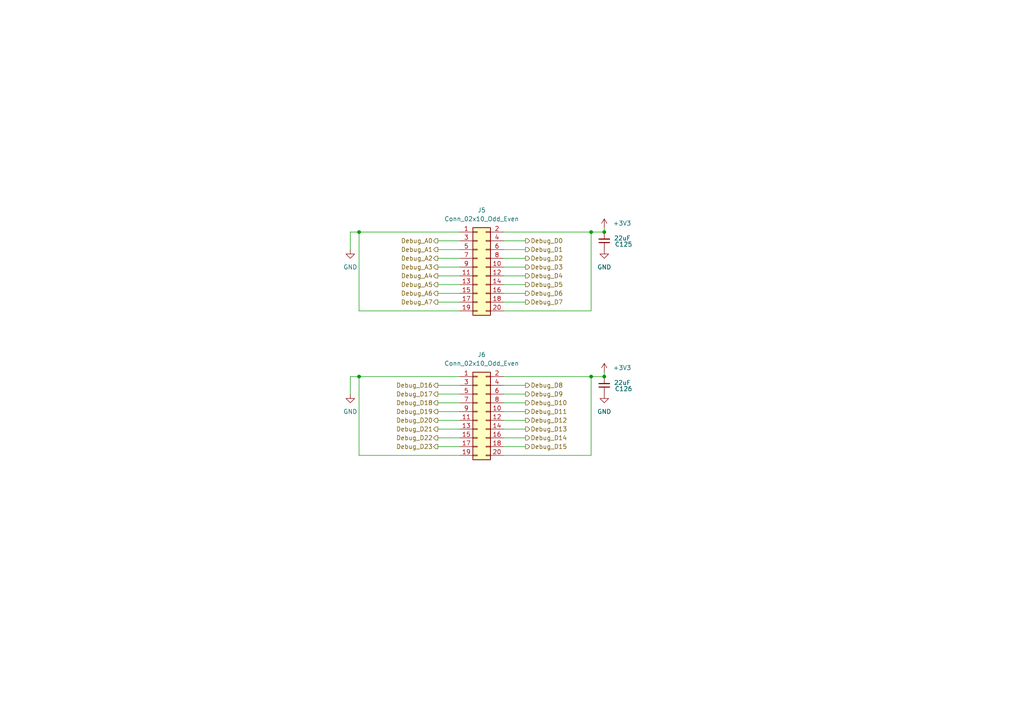
<source format=kicad_sch>
(kicad_sch
	(version 20231120)
	(generator "eeschema")
	(generator_version "8.0")
	(uuid "427a380e-e7a8-423e-92ea-0dcca7cfac5c")
	(paper "A4")
	(title_block
		(title "RASBB")
		(date "2025-04-13")
		(rev "B")
		(company "Mina Daneshpajouh")
	)
	(lib_symbols
		(symbol "Connector_Generic:Conn_02x10_Odd_Even"
			(pin_names
				(offset 1.016) hide)
			(exclude_from_sim no)
			(in_bom yes)
			(on_board yes)
			(property "Reference" "J"
				(at 1.27 12.7 0)
				(effects
					(font
						(size 1.27 1.27)
					)
				)
			)
			(property "Value" "Conn_02x10_Odd_Even"
				(at 1.27 -15.24 0)
				(effects
					(font
						(size 1.27 1.27)
					)
				)
			)
			(property "Footprint" ""
				(at 0 0 0)
				(effects
					(font
						(size 1.27 1.27)
					)
					(hide yes)
				)
			)
			(property "Datasheet" "~"
				(at 0 0 0)
				(effects
					(font
						(size 1.27 1.27)
					)
					(hide yes)
				)
			)
			(property "Description" "Generic connector, double row, 02x10, odd/even pin numbering scheme (row 1 odd numbers, row 2 even numbers), script generated (kicad-library-utils/schlib/autogen/connector/)"
				(at 0 0 0)
				(effects
					(font
						(size 1.27 1.27)
					)
					(hide yes)
				)
			)
			(property "ki_keywords" "connector"
				(at 0 0 0)
				(effects
					(font
						(size 1.27 1.27)
					)
					(hide yes)
				)
			)
			(property "ki_fp_filters" "Connector*:*_2x??_*"
				(at 0 0 0)
				(effects
					(font
						(size 1.27 1.27)
					)
					(hide yes)
				)
			)
			(symbol "Conn_02x10_Odd_Even_1_1"
				(rectangle
					(start -1.27 -12.573)
					(end 0 -12.827)
					(stroke
						(width 0.1524)
						(type default)
					)
					(fill
						(type none)
					)
				)
				(rectangle
					(start -1.27 -10.033)
					(end 0 -10.287)
					(stroke
						(width 0.1524)
						(type default)
					)
					(fill
						(type none)
					)
				)
				(rectangle
					(start -1.27 -7.493)
					(end 0 -7.747)
					(stroke
						(width 0.1524)
						(type default)
					)
					(fill
						(type none)
					)
				)
				(rectangle
					(start -1.27 -4.953)
					(end 0 -5.207)
					(stroke
						(width 0.1524)
						(type default)
					)
					(fill
						(type none)
					)
				)
				(rectangle
					(start -1.27 -2.413)
					(end 0 -2.667)
					(stroke
						(width 0.1524)
						(type default)
					)
					(fill
						(type none)
					)
				)
				(rectangle
					(start -1.27 0.127)
					(end 0 -0.127)
					(stroke
						(width 0.1524)
						(type default)
					)
					(fill
						(type none)
					)
				)
				(rectangle
					(start -1.27 2.667)
					(end 0 2.413)
					(stroke
						(width 0.1524)
						(type default)
					)
					(fill
						(type none)
					)
				)
				(rectangle
					(start -1.27 5.207)
					(end 0 4.953)
					(stroke
						(width 0.1524)
						(type default)
					)
					(fill
						(type none)
					)
				)
				(rectangle
					(start -1.27 7.747)
					(end 0 7.493)
					(stroke
						(width 0.1524)
						(type default)
					)
					(fill
						(type none)
					)
				)
				(rectangle
					(start -1.27 10.287)
					(end 0 10.033)
					(stroke
						(width 0.1524)
						(type default)
					)
					(fill
						(type none)
					)
				)
				(rectangle
					(start -1.27 11.43)
					(end 3.81 -13.97)
					(stroke
						(width 0.254)
						(type default)
					)
					(fill
						(type background)
					)
				)
				(rectangle
					(start 3.81 -12.573)
					(end 2.54 -12.827)
					(stroke
						(width 0.1524)
						(type default)
					)
					(fill
						(type none)
					)
				)
				(rectangle
					(start 3.81 -10.033)
					(end 2.54 -10.287)
					(stroke
						(width 0.1524)
						(type default)
					)
					(fill
						(type none)
					)
				)
				(rectangle
					(start 3.81 -7.493)
					(end 2.54 -7.747)
					(stroke
						(width 0.1524)
						(type default)
					)
					(fill
						(type none)
					)
				)
				(rectangle
					(start 3.81 -4.953)
					(end 2.54 -5.207)
					(stroke
						(width 0.1524)
						(type default)
					)
					(fill
						(type none)
					)
				)
				(rectangle
					(start 3.81 -2.413)
					(end 2.54 -2.667)
					(stroke
						(width 0.1524)
						(type default)
					)
					(fill
						(type none)
					)
				)
				(rectangle
					(start 3.81 0.127)
					(end 2.54 -0.127)
					(stroke
						(width 0.1524)
						(type default)
					)
					(fill
						(type none)
					)
				)
				(rectangle
					(start 3.81 2.667)
					(end 2.54 2.413)
					(stroke
						(width 0.1524)
						(type default)
					)
					(fill
						(type none)
					)
				)
				(rectangle
					(start 3.81 5.207)
					(end 2.54 4.953)
					(stroke
						(width 0.1524)
						(type default)
					)
					(fill
						(type none)
					)
				)
				(rectangle
					(start 3.81 7.747)
					(end 2.54 7.493)
					(stroke
						(width 0.1524)
						(type default)
					)
					(fill
						(type none)
					)
				)
				(rectangle
					(start 3.81 10.287)
					(end 2.54 10.033)
					(stroke
						(width 0.1524)
						(type default)
					)
					(fill
						(type none)
					)
				)
				(pin passive line
					(at -5.08 10.16 0)
					(length 3.81)
					(name "Pin_1"
						(effects
							(font
								(size 1.27 1.27)
							)
						)
					)
					(number "1"
						(effects
							(font
								(size 1.27 1.27)
							)
						)
					)
				)
				(pin passive line
					(at 7.62 0 180)
					(length 3.81)
					(name "Pin_10"
						(effects
							(font
								(size 1.27 1.27)
							)
						)
					)
					(number "10"
						(effects
							(font
								(size 1.27 1.27)
							)
						)
					)
				)
				(pin passive line
					(at -5.08 -2.54 0)
					(length 3.81)
					(name "Pin_11"
						(effects
							(font
								(size 1.27 1.27)
							)
						)
					)
					(number "11"
						(effects
							(font
								(size 1.27 1.27)
							)
						)
					)
				)
				(pin passive line
					(at 7.62 -2.54 180)
					(length 3.81)
					(name "Pin_12"
						(effects
							(font
								(size 1.27 1.27)
							)
						)
					)
					(number "12"
						(effects
							(font
								(size 1.27 1.27)
							)
						)
					)
				)
				(pin passive line
					(at -5.08 -5.08 0)
					(length 3.81)
					(name "Pin_13"
						(effects
							(font
								(size 1.27 1.27)
							)
						)
					)
					(number "13"
						(effects
							(font
								(size 1.27 1.27)
							)
						)
					)
				)
				(pin passive line
					(at 7.62 -5.08 180)
					(length 3.81)
					(name "Pin_14"
						(effects
							(font
								(size 1.27 1.27)
							)
						)
					)
					(number "14"
						(effects
							(font
								(size 1.27 1.27)
							)
						)
					)
				)
				(pin passive line
					(at -5.08 -7.62 0)
					(length 3.81)
					(name "Pin_15"
						(effects
							(font
								(size 1.27 1.27)
							)
						)
					)
					(number "15"
						(effects
							(font
								(size 1.27 1.27)
							)
						)
					)
				)
				(pin passive line
					(at 7.62 -7.62 180)
					(length 3.81)
					(name "Pin_16"
						(effects
							(font
								(size 1.27 1.27)
							)
						)
					)
					(number "16"
						(effects
							(font
								(size 1.27 1.27)
							)
						)
					)
				)
				(pin passive line
					(at -5.08 -10.16 0)
					(length 3.81)
					(name "Pin_17"
						(effects
							(font
								(size 1.27 1.27)
							)
						)
					)
					(number "17"
						(effects
							(font
								(size 1.27 1.27)
							)
						)
					)
				)
				(pin passive line
					(at 7.62 -10.16 180)
					(length 3.81)
					(name "Pin_18"
						(effects
							(font
								(size 1.27 1.27)
							)
						)
					)
					(number "18"
						(effects
							(font
								(size 1.27 1.27)
							)
						)
					)
				)
				(pin passive line
					(at -5.08 -12.7 0)
					(length 3.81)
					(name "Pin_19"
						(effects
							(font
								(size 1.27 1.27)
							)
						)
					)
					(number "19"
						(effects
							(font
								(size 1.27 1.27)
							)
						)
					)
				)
				(pin passive line
					(at 7.62 10.16 180)
					(length 3.81)
					(name "Pin_2"
						(effects
							(font
								(size 1.27 1.27)
							)
						)
					)
					(number "2"
						(effects
							(font
								(size 1.27 1.27)
							)
						)
					)
				)
				(pin passive line
					(at 7.62 -12.7 180)
					(length 3.81)
					(name "Pin_20"
						(effects
							(font
								(size 1.27 1.27)
							)
						)
					)
					(number "20"
						(effects
							(font
								(size 1.27 1.27)
							)
						)
					)
				)
				(pin passive line
					(at -5.08 7.62 0)
					(length 3.81)
					(name "Pin_3"
						(effects
							(font
								(size 1.27 1.27)
							)
						)
					)
					(number "3"
						(effects
							(font
								(size 1.27 1.27)
							)
						)
					)
				)
				(pin passive line
					(at 7.62 7.62 180)
					(length 3.81)
					(name "Pin_4"
						(effects
							(font
								(size 1.27 1.27)
							)
						)
					)
					(number "4"
						(effects
							(font
								(size 1.27 1.27)
							)
						)
					)
				)
				(pin passive line
					(at -5.08 5.08 0)
					(length 3.81)
					(name "Pin_5"
						(effects
							(font
								(size 1.27 1.27)
							)
						)
					)
					(number "5"
						(effects
							(font
								(size 1.27 1.27)
							)
						)
					)
				)
				(pin passive line
					(at 7.62 5.08 180)
					(length 3.81)
					(name "Pin_6"
						(effects
							(font
								(size 1.27 1.27)
							)
						)
					)
					(number "6"
						(effects
							(font
								(size 1.27 1.27)
							)
						)
					)
				)
				(pin passive line
					(at -5.08 2.54 0)
					(length 3.81)
					(name "Pin_7"
						(effects
							(font
								(size 1.27 1.27)
							)
						)
					)
					(number "7"
						(effects
							(font
								(size 1.27 1.27)
							)
						)
					)
				)
				(pin passive line
					(at 7.62 2.54 180)
					(length 3.81)
					(name "Pin_8"
						(effects
							(font
								(size 1.27 1.27)
							)
						)
					)
					(number "8"
						(effects
							(font
								(size 1.27 1.27)
							)
						)
					)
				)
				(pin passive line
					(at -5.08 0 0)
					(length 3.81)
					(name "Pin_9"
						(effects
							(font
								(size 1.27 1.27)
							)
						)
					)
					(number "9"
						(effects
							(font
								(size 1.27 1.27)
							)
						)
					)
				)
			)
		)
		(symbol "Device:C_Small"
			(pin_numbers hide)
			(pin_names
				(offset 0.254) hide)
			(exclude_from_sim no)
			(in_bom yes)
			(on_board yes)
			(property "Reference" "C"
				(at 0.254 1.778 0)
				(effects
					(font
						(size 1.27 1.27)
					)
					(justify left)
				)
			)
			(property "Value" "C_Small"
				(at 0.254 -2.032 0)
				(effects
					(font
						(size 1.27 1.27)
					)
					(justify left)
				)
			)
			(property "Footprint" ""
				(at 0 0 0)
				(effects
					(font
						(size 1.27 1.27)
					)
					(hide yes)
				)
			)
			(property "Datasheet" "~"
				(at 0 0 0)
				(effects
					(font
						(size 1.27 1.27)
					)
					(hide yes)
				)
			)
			(property "Description" "Unpolarized capacitor, small symbol"
				(at 0 0 0)
				(effects
					(font
						(size 1.27 1.27)
					)
					(hide yes)
				)
			)
			(property "ki_keywords" "capacitor cap"
				(at 0 0 0)
				(effects
					(font
						(size 1.27 1.27)
					)
					(hide yes)
				)
			)
			(property "ki_fp_filters" "C_*"
				(at 0 0 0)
				(effects
					(font
						(size 1.27 1.27)
					)
					(hide yes)
				)
			)
			(symbol "C_Small_0_1"
				(polyline
					(pts
						(xy -1.524 -0.508) (xy 1.524 -0.508)
					)
					(stroke
						(width 0.3302)
						(type default)
					)
					(fill
						(type none)
					)
				)
				(polyline
					(pts
						(xy -1.524 0.508) (xy 1.524 0.508)
					)
					(stroke
						(width 0.3048)
						(type default)
					)
					(fill
						(type none)
					)
				)
			)
			(symbol "C_Small_1_1"
				(pin passive line
					(at 0 2.54 270)
					(length 2.032)
					(name "~"
						(effects
							(font
								(size 1.27 1.27)
							)
						)
					)
					(number "1"
						(effects
							(font
								(size 1.27 1.27)
							)
						)
					)
				)
				(pin passive line
					(at 0 -2.54 90)
					(length 2.032)
					(name "~"
						(effects
							(font
								(size 1.27 1.27)
							)
						)
					)
					(number "2"
						(effects
							(font
								(size 1.27 1.27)
							)
						)
					)
				)
			)
		)
		(symbol "power:+3.3V"
			(power)
			(pin_numbers hide)
			(pin_names
				(offset 0) hide)
			(exclude_from_sim no)
			(in_bom yes)
			(on_board yes)
			(property "Reference" "#PWR"
				(at 0 -3.81 0)
				(effects
					(font
						(size 1.27 1.27)
					)
					(hide yes)
				)
			)
			(property "Value" "+3.3V"
				(at 0 3.556 0)
				(effects
					(font
						(size 1.27 1.27)
					)
				)
			)
			(property "Footprint" ""
				(at 0 0 0)
				(effects
					(font
						(size 1.27 1.27)
					)
					(hide yes)
				)
			)
			(property "Datasheet" ""
				(at 0 0 0)
				(effects
					(font
						(size 1.27 1.27)
					)
					(hide yes)
				)
			)
			(property "Description" "Power symbol creates a global label with name \"+3.3V\""
				(at 0 0 0)
				(effects
					(font
						(size 1.27 1.27)
					)
					(hide yes)
				)
			)
			(property "ki_keywords" "global power"
				(at 0 0 0)
				(effects
					(font
						(size 1.27 1.27)
					)
					(hide yes)
				)
			)
			(symbol "+3.3V_0_1"
				(polyline
					(pts
						(xy -0.762 1.27) (xy 0 2.54)
					)
					(stroke
						(width 0)
						(type default)
					)
					(fill
						(type none)
					)
				)
				(polyline
					(pts
						(xy 0 0) (xy 0 2.54)
					)
					(stroke
						(width 0)
						(type default)
					)
					(fill
						(type none)
					)
				)
				(polyline
					(pts
						(xy 0 2.54) (xy 0.762 1.27)
					)
					(stroke
						(width 0)
						(type default)
					)
					(fill
						(type none)
					)
				)
			)
			(symbol "+3.3V_1_1"
				(pin power_in line
					(at 0 0 90)
					(length 0)
					(name "~"
						(effects
							(font
								(size 1.27 1.27)
							)
						)
					)
					(number "1"
						(effects
							(font
								(size 1.27 1.27)
							)
						)
					)
				)
			)
		)
		(symbol "power:GND"
			(power)
			(pin_numbers hide)
			(pin_names
				(offset 0) hide)
			(exclude_from_sim no)
			(in_bom yes)
			(on_board yes)
			(property "Reference" "#PWR"
				(at 0 -6.35 0)
				(effects
					(font
						(size 1.27 1.27)
					)
					(hide yes)
				)
			)
			(property "Value" "GND"
				(at 0 -3.81 0)
				(effects
					(font
						(size 1.27 1.27)
					)
				)
			)
			(property "Footprint" ""
				(at 0 0 0)
				(effects
					(font
						(size 1.27 1.27)
					)
					(hide yes)
				)
			)
			(property "Datasheet" ""
				(at 0 0 0)
				(effects
					(font
						(size 1.27 1.27)
					)
					(hide yes)
				)
			)
			(property "Description" "Power symbol creates a global label with name \"GND\" , ground"
				(at 0 0 0)
				(effects
					(font
						(size 1.27 1.27)
					)
					(hide yes)
				)
			)
			(property "ki_keywords" "global power"
				(at 0 0 0)
				(effects
					(font
						(size 1.27 1.27)
					)
					(hide yes)
				)
			)
			(symbol "GND_0_1"
				(polyline
					(pts
						(xy 0 0) (xy 0 -1.27) (xy 1.27 -1.27) (xy 0 -2.54) (xy -1.27 -1.27) (xy 0 -1.27)
					)
					(stroke
						(width 0)
						(type default)
					)
					(fill
						(type none)
					)
				)
			)
			(symbol "GND_1_1"
				(pin power_in line
					(at 0 0 270)
					(length 0)
					(name "~"
						(effects
							(font
								(size 1.27 1.27)
							)
						)
					)
					(number "1"
						(effects
							(font
								(size 1.27 1.27)
							)
						)
					)
				)
			)
		)
	)
	(junction
		(at 171.45 109.22)
		(diameter 0)
		(color 0 0 0 0)
		(uuid "1a9a14fc-7ce5-4767-acc8-60307b6da511")
	)
	(junction
		(at 175.26 109.22)
		(diameter 0)
		(color 0 0 0 0)
		(uuid "7bab0cd9-adea-4216-aa40-8d381a9d1b8d")
	)
	(junction
		(at 171.45 67.31)
		(diameter 0)
		(color 0 0 0 0)
		(uuid "a5e0973d-6681-4d74-abc5-23c1081e970f")
	)
	(junction
		(at 104.14 67.31)
		(diameter 0)
		(color 0 0 0 0)
		(uuid "b5903071-2989-4a53-a533-2298fd39400f")
	)
	(junction
		(at 104.14 109.22)
		(diameter 0)
		(color 0 0 0 0)
		(uuid "ce539455-af5c-4d27-bf54-4037f567689f")
	)
	(junction
		(at 175.26 67.31)
		(diameter 0)
		(color 0 0 0 0)
		(uuid "f65df19f-b62f-4e4a-9a17-d3c5bcbf7f1c")
	)
	(wire
		(pts
			(xy 104.14 109.22) (xy 133.35 109.22)
		)
		(stroke
			(width 0)
			(type default)
		)
		(uuid "020b141d-27b6-4e3c-a84c-11c728123f17")
	)
	(wire
		(pts
			(xy 104.14 67.31) (xy 104.14 90.17)
		)
		(stroke
			(width 0)
			(type default)
		)
		(uuid "032010fd-c45c-4966-8314-b15e5dd7f28a")
	)
	(wire
		(pts
			(xy 171.45 90.17) (xy 171.45 67.31)
		)
		(stroke
			(width 0)
			(type default)
		)
		(uuid "0605eb5f-3a2d-4748-8c04-56334e188061")
	)
	(wire
		(pts
			(xy 104.14 67.31) (xy 133.35 67.31)
		)
		(stroke
			(width 0)
			(type default)
		)
		(uuid "07000276-5e24-4050-ad03-caa9f92323d2")
	)
	(wire
		(pts
			(xy 133.35 124.46) (xy 127 124.46)
		)
		(stroke
			(width 0)
			(type default)
		)
		(uuid "0bb3ce7b-8f7e-4d11-9a32-bef7f4d5b596")
	)
	(wire
		(pts
			(xy 133.35 111.76) (xy 127 111.76)
		)
		(stroke
			(width 0)
			(type default)
		)
		(uuid "0c07d435-4838-415d-b985-a645f5cb0cb3")
	)
	(wire
		(pts
			(xy 127 72.39) (xy 133.35 72.39)
		)
		(stroke
			(width 0)
			(type default)
		)
		(uuid "150c8f4b-38aa-4416-8788-50d7fc9540cb")
	)
	(wire
		(pts
			(xy 146.05 111.76) (xy 152.4 111.76)
		)
		(stroke
			(width 0)
			(type default)
		)
		(uuid "1820991e-ada0-40e7-957d-c0242748b34c")
	)
	(wire
		(pts
			(xy 146.05 85.09) (xy 152.4 85.09)
		)
		(stroke
			(width 0)
			(type default)
		)
		(uuid "1c797d94-ec86-4e72-a637-3281a5f9bc3c")
	)
	(wire
		(pts
			(xy 146.05 132.08) (xy 171.45 132.08)
		)
		(stroke
			(width 0)
			(type default)
		)
		(uuid "215bb189-a876-4fd4-9b31-8d4e5ce4b076")
	)
	(wire
		(pts
			(xy 146.05 74.93) (xy 152.4 74.93)
		)
		(stroke
			(width 0)
			(type default)
		)
		(uuid "22ceb538-4305-4bd2-a78e-8075aee189da")
	)
	(wire
		(pts
			(xy 133.35 114.3) (xy 127 114.3)
		)
		(stroke
			(width 0)
			(type default)
		)
		(uuid "25379732-b640-46c6-9388-b5b8b74cdaed")
	)
	(wire
		(pts
			(xy 127 77.47) (xy 133.35 77.47)
		)
		(stroke
			(width 0)
			(type default)
		)
		(uuid "29b49d73-b256-4cf1-8823-e06dbcdb2500")
	)
	(wire
		(pts
			(xy 171.45 109.22) (xy 175.26 109.22)
		)
		(stroke
			(width 0)
			(type default)
		)
		(uuid "2abfc426-a7bd-41ed-a454-8e376ffcf034")
	)
	(wire
		(pts
			(xy 104.14 109.22) (xy 104.14 132.08)
		)
		(stroke
			(width 0)
			(type default)
		)
		(uuid "2ae78ab2-3f24-4fc6-9d87-f499d00d7859")
	)
	(wire
		(pts
			(xy 127 74.93) (xy 133.35 74.93)
		)
		(stroke
			(width 0)
			(type default)
		)
		(uuid "345ce848-d2e9-48f5-af34-25496dfa52c0")
	)
	(wire
		(pts
			(xy 146.05 119.38) (xy 152.4 119.38)
		)
		(stroke
			(width 0)
			(type default)
		)
		(uuid "38bae38f-39f1-4b89-aac7-3ec1bcbcc9b5")
	)
	(wire
		(pts
			(xy 127 80.01) (xy 133.35 80.01)
		)
		(stroke
			(width 0)
			(type default)
		)
		(uuid "395e8128-7e43-4760-830c-89de295640e7")
	)
	(wire
		(pts
			(xy 133.35 116.84) (xy 127 116.84)
		)
		(stroke
			(width 0)
			(type default)
		)
		(uuid "39a52a57-c016-4325-8111-0fbc9e1bd2f5")
	)
	(wire
		(pts
			(xy 146.05 69.85) (xy 152.4 69.85)
		)
		(stroke
			(width 0)
			(type default)
		)
		(uuid "403f549e-b3de-47a6-9a78-2eae930b87ff")
	)
	(wire
		(pts
			(xy 133.35 129.54) (xy 127 129.54)
		)
		(stroke
			(width 0)
			(type default)
		)
		(uuid "47fb5693-d322-48d5-943c-c44644389ef3")
	)
	(wire
		(pts
			(xy 171.45 67.31) (xy 175.26 67.31)
		)
		(stroke
			(width 0)
			(type default)
		)
		(uuid "4de81b5b-f819-458b-aa1b-45840d1428b0")
	)
	(wire
		(pts
			(xy 146.05 127) (xy 152.4 127)
		)
		(stroke
			(width 0)
			(type default)
		)
		(uuid "56618822-fec2-4691-8076-fdd2044bcf81")
	)
	(wire
		(pts
			(xy 171.45 132.08) (xy 171.45 109.22)
		)
		(stroke
			(width 0)
			(type default)
		)
		(uuid "5d15ad1f-4262-457a-b5b2-170ac9efa8d3")
	)
	(wire
		(pts
			(xy 146.05 116.84) (xy 152.4 116.84)
		)
		(stroke
			(width 0)
			(type default)
		)
		(uuid "6e420ba3-8420-4a07-b5ee-0f11df741443")
	)
	(wire
		(pts
			(xy 133.35 119.38) (xy 127 119.38)
		)
		(stroke
			(width 0)
			(type default)
		)
		(uuid "6f68c044-7da2-456f-a741-e85d103bbf44")
	)
	(wire
		(pts
			(xy 146.05 87.63) (xy 152.4 87.63)
		)
		(stroke
			(width 0)
			(type default)
		)
		(uuid "72737ecd-65de-49b5-8fb2-b4e19485dd48")
	)
	(wire
		(pts
			(xy 146.05 90.17) (xy 171.45 90.17)
		)
		(stroke
			(width 0)
			(type default)
		)
		(uuid "76a348a1-ef57-478d-9db0-7f4e76930843")
	)
	(wire
		(pts
			(xy 146.05 72.39) (xy 152.4 72.39)
		)
		(stroke
			(width 0)
			(type default)
		)
		(uuid "7eca8503-cadd-4f36-b8f7-d6eec064dbea")
	)
	(wire
		(pts
			(xy 146.05 82.55) (xy 152.4 82.55)
		)
		(stroke
			(width 0)
			(type default)
		)
		(uuid "7ff184a0-bb48-4efd-a4e4-46d5c7c2e937")
	)
	(wire
		(pts
			(xy 101.6 109.22) (xy 101.6 114.3)
		)
		(stroke
			(width 0)
			(type default)
		)
		(uuid "8058fdb1-b345-4278-a5de-20b9d092a216")
	)
	(wire
		(pts
			(xy 104.14 132.08) (xy 133.35 132.08)
		)
		(stroke
			(width 0)
			(type default)
		)
		(uuid "830406c7-3a99-4596-839c-f41658892567")
	)
	(wire
		(pts
			(xy 133.35 121.92) (xy 127 121.92)
		)
		(stroke
			(width 0)
			(type default)
		)
		(uuid "846515fd-02c1-4047-b7ec-5dbfe46279f5")
	)
	(wire
		(pts
			(xy 146.05 114.3) (xy 152.4 114.3)
		)
		(stroke
			(width 0)
			(type default)
		)
		(uuid "9390e8f8-a116-47ad-96d7-469aa517b52f")
	)
	(wire
		(pts
			(xy 146.05 121.92) (xy 152.4 121.92)
		)
		(stroke
			(width 0)
			(type default)
		)
		(uuid "9c6f92d7-f744-47b9-a526-aaa1a2fc6c05")
	)
	(wire
		(pts
			(xy 146.05 129.54) (xy 152.4 129.54)
		)
		(stroke
			(width 0)
			(type default)
		)
		(uuid "9d4817d2-8407-445c-b0f5-c3038b72c8d5")
	)
	(wire
		(pts
			(xy 146.05 124.46) (xy 152.4 124.46)
		)
		(stroke
			(width 0)
			(type default)
		)
		(uuid "9d61415b-7d09-4c4e-9caa-b8ea09c04eb0")
	)
	(wire
		(pts
			(xy 127 85.09) (xy 133.35 85.09)
		)
		(stroke
			(width 0)
			(type default)
		)
		(uuid "abda3ba1-9c06-40f3-a33f-0268eab4a878")
	)
	(wire
		(pts
			(xy 127 69.85) (xy 133.35 69.85)
		)
		(stroke
			(width 0)
			(type default)
		)
		(uuid "ac2a3591-22dc-48b0-805d-bdb9833047b7")
	)
	(wire
		(pts
			(xy 146.05 67.31) (xy 171.45 67.31)
		)
		(stroke
			(width 0)
			(type default)
		)
		(uuid "afcbc041-f108-4a1d-8b6e-b86414cae972")
	)
	(wire
		(pts
			(xy 127 87.63) (xy 133.35 87.63)
		)
		(stroke
			(width 0)
			(type default)
		)
		(uuid "b6a5452b-034b-41e1-9f02-46fd73c77f69")
	)
	(wire
		(pts
			(xy 146.05 77.47) (xy 152.4 77.47)
		)
		(stroke
			(width 0)
			(type default)
		)
		(uuid "b7f29566-ec81-4ea5-bacf-3d98a1fd23b5")
	)
	(wire
		(pts
			(xy 101.6 109.22) (xy 104.14 109.22)
		)
		(stroke
			(width 0)
			(type default)
		)
		(uuid "bc701de7-6b04-45f6-83c2-c47f501e446f")
	)
	(wire
		(pts
			(xy 133.35 127) (xy 127 127)
		)
		(stroke
			(width 0)
			(type default)
		)
		(uuid "d051b308-a6dc-4268-bae0-84ad5f2370d2")
	)
	(wire
		(pts
			(xy 175.26 107.95) (xy 175.26 109.22)
		)
		(stroke
			(width 0)
			(type default)
		)
		(uuid "d52f67b4-5701-47c5-878e-40203f517aca")
	)
	(wire
		(pts
			(xy 146.05 80.01) (xy 152.4 80.01)
		)
		(stroke
			(width 0)
			(type default)
		)
		(uuid "d8d518f7-29cd-433d-bfdc-b8be9aa6daf4")
	)
	(wire
		(pts
			(xy 146.05 109.22) (xy 171.45 109.22)
		)
		(stroke
			(width 0)
			(type default)
		)
		(uuid "da9259e7-4c20-42c0-a97f-62408f45b258")
	)
	(wire
		(pts
			(xy 127 82.55) (xy 133.35 82.55)
		)
		(stroke
			(width 0)
			(type default)
		)
		(uuid "e1881025-d0eb-49f0-a6fe-4809bcfe5f52")
	)
	(wire
		(pts
			(xy 101.6 67.31) (xy 104.14 67.31)
		)
		(stroke
			(width 0)
			(type default)
		)
		(uuid "f3fe44be-cb98-4a86-af72-e3ddaf60f974")
	)
	(wire
		(pts
			(xy 175.26 66.04) (xy 175.26 67.31)
		)
		(stroke
			(width 0)
			(type default)
		)
		(uuid "f5a65b57-6c6e-46aa-b5c0-92acec93b182")
	)
	(wire
		(pts
			(xy 104.14 90.17) (xy 133.35 90.17)
		)
		(stroke
			(width 0)
			(type default)
		)
		(uuid "fc26946d-a7c0-4106-be95-9a200fd12fc7")
	)
	(wire
		(pts
			(xy 101.6 67.31) (xy 101.6 72.39)
		)
		(stroke
			(width 0)
			(type default)
		)
		(uuid "fdf1632b-7ce8-492e-9913-0cfe27eeea76")
	)
	(hierarchical_label "Debug_D2"
		(shape output)
		(at 152.4 74.93 0)
		(fields_autoplaced yes)
		(effects
			(font
				(size 1.27 1.27)
			)
			(justify left)
		)
		(uuid "01f4aba4-b448-464e-9a64-84a01901c7d5")
	)
	(hierarchical_label "Debug_D17"
		(shape output)
		(at 127 114.3 180)
		(fields_autoplaced yes)
		(effects
			(font
				(size 1.27 1.27)
			)
			(justify right)
		)
		(uuid "09cb6eb9-2018-4fee-a729-015ef2907507")
	)
	(hierarchical_label "Debug_D8"
		(shape output)
		(at 152.4 111.76 0)
		(fields_autoplaced yes)
		(effects
			(font
				(size 1.27 1.27)
			)
			(justify left)
		)
		(uuid "0ae88ca2-3f60-4e7e-9eea-eaeb3846474f")
	)
	(hierarchical_label "Debug_D1"
		(shape output)
		(at 152.4 72.39 0)
		(fields_autoplaced yes)
		(effects
			(font
				(size 1.27 1.27)
			)
			(justify left)
		)
		(uuid "1c7988e4-e297-4479-bfbc-18422a5832ca")
	)
	(hierarchical_label "Debug_D19"
		(shape output)
		(at 127 119.38 180)
		(fields_autoplaced yes)
		(effects
			(font
				(size 1.27 1.27)
			)
			(justify right)
		)
		(uuid "24ca76be-92ae-41bb-bb1d-1456e80d3812")
	)
	(hierarchical_label "Debug_D0"
		(shape output)
		(at 152.4 69.85 0)
		(fields_autoplaced yes)
		(effects
			(font
				(size 1.27 1.27)
			)
			(justify left)
		)
		(uuid "2673ec4f-707c-4208-b136-254bb23f1c6d")
	)
	(hierarchical_label "Debug_D20"
		(shape output)
		(at 127 121.92 180)
		(fields_autoplaced yes)
		(effects
			(font
				(size 1.27 1.27)
			)
			(justify right)
		)
		(uuid "3fb6f049-f5de-47c6-9b94-fd02c05c5be4")
	)
	(hierarchical_label "Debug_A1"
		(shape output)
		(at 127 72.39 180)
		(fields_autoplaced yes)
		(effects
			(font
				(size 1.27 1.27)
			)
			(justify right)
		)
		(uuid "44a6c5eb-dc78-473e-bff0-ac0105943ffe")
	)
	(hierarchical_label "Debug_D21"
		(shape output)
		(at 127 124.46 180)
		(fields_autoplaced yes)
		(effects
			(font
				(size 1.27 1.27)
			)
			(justify right)
		)
		(uuid "4b8a9650-bdf7-4646-ab3b-bec5a0229fbe")
	)
	(hierarchical_label "Debug_D5"
		(shape output)
		(at 152.4 82.55 0)
		(fields_autoplaced yes)
		(effects
			(font
				(size 1.27 1.27)
			)
			(justify left)
		)
		(uuid "4be1b5c3-3c96-46f2-aa6d-056a0c31a53b")
	)
	(hierarchical_label "Debug_D13"
		(shape output)
		(at 152.4 124.46 0)
		(fields_autoplaced yes)
		(effects
			(font
				(size 1.27 1.27)
			)
			(justify left)
		)
		(uuid "4d681af8-b339-4eaa-b478-ac7f36e552ab")
	)
	(hierarchical_label "Debug_D11"
		(shape output)
		(at 152.4 119.38 0)
		(fields_autoplaced yes)
		(effects
			(font
				(size 1.27 1.27)
			)
			(justify left)
		)
		(uuid "4d7ecd31-6190-4fac-8485-1d43b45f651a")
	)
	(hierarchical_label "Debug_D12"
		(shape output)
		(at 152.4 121.92 0)
		(fields_autoplaced yes)
		(effects
			(font
				(size 1.27 1.27)
			)
			(justify left)
		)
		(uuid "54fe2c0b-d906-4f8b-b84f-7ca40d00e80c")
	)
	(hierarchical_label "Debug_A0"
		(shape output)
		(at 127 69.85 180)
		(fields_autoplaced yes)
		(effects
			(font
				(size 1.27 1.27)
			)
			(justify right)
		)
		(uuid "65a684bb-ee24-488f-a51e-6e10557d581f")
	)
	(hierarchical_label "Debug_D7"
		(shape output)
		(at 152.4 87.63 0)
		(fields_autoplaced yes)
		(effects
			(font
				(size 1.27 1.27)
			)
			(justify left)
		)
		(uuid "67fa75ad-99e7-4f2b-811f-a28bc9cb84d8")
	)
	(hierarchical_label "Debug_D18"
		(shape output)
		(at 127 116.84 180)
		(fields_autoplaced yes)
		(effects
			(font
				(size 1.27 1.27)
			)
			(justify right)
		)
		(uuid "69d59ddc-fd41-41c1-a25c-83b66ec394c9")
	)
	(hierarchical_label "Debug_D15"
		(shape output)
		(at 152.4 129.54 0)
		(fields_autoplaced yes)
		(effects
			(font
				(size 1.27 1.27)
			)
			(justify left)
		)
		(uuid "8ca154e5-a077-40c7-b826-28be87dae2c2")
	)
	(hierarchical_label "Debug_A2"
		(shape output)
		(at 127 74.93 180)
		(fields_autoplaced yes)
		(effects
			(font
				(size 1.27 1.27)
			)
			(justify right)
		)
		(uuid "91821f17-6444-4615-8558-86fa35fd90d9")
	)
	(hierarchical_label "Debug_D4"
		(shape output)
		(at 152.4 80.01 0)
		(fields_autoplaced yes)
		(effects
			(font
				(size 1.27 1.27)
			)
			(justify left)
		)
		(uuid "958b87d4-b0bd-407d-972f-4d2a93450a45")
	)
	(hierarchical_label "Debug_A7"
		(shape output)
		(at 127 87.63 180)
		(fields_autoplaced yes)
		(effects
			(font
				(size 1.27 1.27)
			)
			(justify right)
		)
		(uuid "96a4a8a6-be48-4c7e-a1d9-e1e913f50185")
	)
	(hierarchical_label "Debug_A3"
		(shape output)
		(at 127 77.47 180)
		(fields_autoplaced yes)
		(effects
			(font
				(size 1.27 1.27)
			)
			(justify right)
		)
		(uuid "96cc56b6-e76c-4587-a456-b7de916606e3")
	)
	(hierarchical_label "Debug_D22"
		(shape output)
		(at 127 127 180)
		(fields_autoplaced yes)
		(effects
			(font
				(size 1.27 1.27)
			)
			(justify right)
		)
		(uuid "9a192767-4cd5-490f-bd1d-7cfc47191a62")
	)
	(hierarchical_label "Debug_A4"
		(shape output)
		(at 127 80.01 180)
		(fields_autoplaced yes)
		(effects
			(font
				(size 1.27 1.27)
			)
			(justify right)
		)
		(uuid "a2c99577-e34d-406e-b8cf-95bc3236edaf")
	)
	(hierarchical_label "Debug_D3"
		(shape output)
		(at 152.4 77.47 0)
		(fields_autoplaced yes)
		(effects
			(font
				(size 1.27 1.27)
			)
			(justify left)
		)
		(uuid "b19daa4e-4881-4f44-b29e-da23d2924cb3")
	)
	(hierarchical_label "Debug_D16"
		(shape output)
		(at 127 111.76 180)
		(fields_autoplaced yes)
		(effects
			(font
				(size 1.27 1.27)
			)
			(justify right)
		)
		(uuid "cf8f18f7-d9ba-4438-b88d-e598cfe81d32")
	)
	(hierarchical_label "Debug_D9"
		(shape output)
		(at 152.4 114.3 0)
		(fields_autoplaced yes)
		(effects
			(font
				(size 1.27 1.27)
			)
			(justify left)
		)
		(uuid "d8ca5c84-711e-427b-87b7-2102794f1623")
	)
	(hierarchical_label "Debug_D23"
		(shape output)
		(at 127 129.54 180)
		(fields_autoplaced yes)
		(effects
			(font
				(size 1.27 1.27)
			)
			(justify right)
		)
		(uuid "df0ba480-438d-49f3-8642-279bdd25d34b")
	)
	(hierarchical_label "Debug_D10"
		(shape output)
		(at 152.4 116.84 0)
		(fields_autoplaced yes)
		(effects
			(font
				(size 1.27 1.27)
			)
			(justify left)
		)
		(uuid "e7868d0f-2db9-48df-8775-8dfc4b1126d2")
	)
	(hierarchical_label "Debug_A5"
		(shape output)
		(at 127 82.55 180)
		(fields_autoplaced yes)
		(effects
			(font
				(size 1.27 1.27)
			)
			(justify right)
		)
		(uuid "f129390f-07f2-4b38-99b1-7bb0a035c74a")
	)
	(hierarchical_label "Debug_A6"
		(shape output)
		(at 127 85.09 180)
		(fields_autoplaced yes)
		(effects
			(font
				(size 1.27 1.27)
			)
			(justify right)
		)
		(uuid "f4ed4c18-8db3-4fa8-8688-89a4d21cdc2f")
	)
	(hierarchical_label "Debug_D6"
		(shape output)
		(at 152.4 85.09 0)
		(fields_autoplaced yes)
		(effects
			(font
				(size 1.27 1.27)
			)
			(justify left)
		)
		(uuid "f9ab7bef-f63d-4742-96d6-e0943c4ee23a")
	)
	(hierarchical_label "Debug_D14"
		(shape output)
		(at 152.4 127 0)
		(fields_autoplaced yes)
		(effects
			(font
				(size 1.27 1.27)
			)
			(justify left)
		)
		(uuid "fa4a605b-063c-466d-9581-9c9cc3bb32aa")
	)
	(symbol
		(lib_id "power:GND")
		(at 101.6 72.39 0)
		(unit 1)
		(exclude_from_sim no)
		(in_bom yes)
		(on_board yes)
		(dnp no)
		(fields_autoplaced yes)
		(uuid "227f523e-9f6e-434e-8e14-bab35f452ccc")
		(property "Reference" "#PWR095"
			(at 101.6 78.74 0)
			(effects
				(font
					(size 1.27 1.27)
				)
				(hide yes)
			)
		)
		(property "Value" "GND"
			(at 101.6 77.47 0)
			(effects
				(font
					(size 1.27 1.27)
				)
			)
		)
		(property "Footprint" ""
			(at 101.6 72.39 0)
			(effects
				(font
					(size 1.27 1.27)
				)
				(hide yes)
			)
		)
		(property "Datasheet" ""
			(at 101.6 72.39 0)
			(effects
				(font
					(size 1.27 1.27)
				)
				(hide yes)
			)
		)
		(property "Description" "Power symbol creates a global label with name \"GND\" , ground"
			(at 101.6 72.39 0)
			(effects
				(font
					(size 1.27 1.27)
				)
				(hide yes)
			)
		)
		(pin "1"
			(uuid "ee9b4d80-99a0-47d9-aa5c-16c60b779bb2")
		)
		(instances
			(project "RASBB"
				(path "/f6a5c334-5ee5-4dc9-84f1-7866383a3347/b61e5587-9e9e-46ae-ba64-07a8572f9f48"
					(reference "#PWR095")
					(unit 1)
				)
			)
		)
	)
	(symbol
		(lib_id "power:GND")
		(at 101.6 114.3 0)
		(unit 1)
		(exclude_from_sim no)
		(in_bom yes)
		(on_board yes)
		(dnp no)
		(fields_autoplaced yes)
		(uuid "4e325016-0d9c-4cef-8173-a887183f145a")
		(property "Reference" "#PWR096"
			(at 101.6 120.65 0)
			(effects
				(font
					(size 1.27 1.27)
				)
				(hide yes)
			)
		)
		(property "Value" "GND"
			(at 101.6 119.38 0)
			(effects
				(font
					(size 1.27 1.27)
				)
			)
		)
		(property "Footprint" ""
			(at 101.6 114.3 0)
			(effects
				(font
					(size 1.27 1.27)
				)
				(hide yes)
			)
		)
		(property "Datasheet" ""
			(at 101.6 114.3 0)
			(effects
				(font
					(size 1.27 1.27)
				)
				(hide yes)
			)
		)
		(property "Description" "Power symbol creates a global label with name \"GND\" , ground"
			(at 101.6 114.3 0)
			(effects
				(font
					(size 1.27 1.27)
				)
				(hide yes)
			)
		)
		(pin "1"
			(uuid "de35b0da-bf51-4ef6-896b-e8fed01662e9")
		)
		(instances
			(project "RASBB"
				(path "/f6a5c334-5ee5-4dc9-84f1-7866383a3347/b61e5587-9e9e-46ae-ba64-07a8572f9f48"
					(reference "#PWR096")
					(unit 1)
				)
			)
		)
	)
	(symbol
		(lib_id "power:+3.3V")
		(at 175.26 107.95 0)
		(unit 1)
		(exclude_from_sim no)
		(in_bom yes)
		(on_board yes)
		(dnp no)
		(fields_autoplaced yes)
		(uuid "772c9b58-e02c-4a2c-9aab-68a2bf9b4e9c")
		(property "Reference" "#PWR099"
			(at 175.26 111.76 0)
			(effects
				(font
					(size 1.27 1.27)
				)
				(hide yes)
			)
		)
		(property "Value" "+3V3"
			(at 177.8 106.6799 0)
			(effects
				(font
					(size 1.27 1.27)
				)
				(justify left)
			)
		)
		(property "Footprint" ""
			(at 175.26 107.95 0)
			(effects
				(font
					(size 1.27 1.27)
				)
				(hide yes)
			)
		)
		(property "Datasheet" ""
			(at 175.26 107.95 0)
			(effects
				(font
					(size 1.27 1.27)
				)
				(hide yes)
			)
		)
		(property "Description" "Power symbol creates a global label with name \"+3.3V\""
			(at 175.26 107.95 0)
			(effects
				(font
					(size 1.27 1.27)
				)
				(hide yes)
			)
		)
		(pin "1"
			(uuid "0d423659-15c4-438d-8655-36161d050385")
		)
		(instances
			(project "RASBB"
				(path "/f6a5c334-5ee5-4dc9-84f1-7866383a3347/b61e5587-9e9e-46ae-ba64-07a8572f9f48"
					(reference "#PWR099")
					(unit 1)
				)
			)
		)
	)
	(symbol
		(lib_id "power:GND")
		(at 175.26 72.39 0)
		(unit 1)
		(exclude_from_sim no)
		(in_bom yes)
		(on_board yes)
		(dnp no)
		(fields_autoplaced yes)
		(uuid "981f5a77-8346-4050-a02b-38c00e895922")
		(property "Reference" "#PWR098"
			(at 175.26 78.74 0)
			(effects
				(font
					(size 1.27 1.27)
				)
				(hide yes)
			)
		)
		(property "Value" "GND"
			(at 175.26 77.47 0)
			(effects
				(font
					(size 1.27 1.27)
				)
			)
		)
		(property "Footprint" ""
			(at 175.26 72.39 0)
			(effects
				(font
					(size 1.27 1.27)
				)
				(hide yes)
			)
		)
		(property "Datasheet" ""
			(at 175.26 72.39 0)
			(effects
				(font
					(size 1.27 1.27)
				)
				(hide yes)
			)
		)
		(property "Description" "Power symbol creates a global label with name \"GND\" , ground"
			(at 175.26 72.39 0)
			(effects
				(font
					(size 1.27 1.27)
				)
				(hide yes)
			)
		)
		(pin "1"
			(uuid "010b0d63-e159-408a-808f-e54d9e275282")
		)
		(instances
			(project "RASBB"
				(path "/f6a5c334-5ee5-4dc9-84f1-7866383a3347/b61e5587-9e9e-46ae-ba64-07a8572f9f48"
					(reference "#PWR098")
					(unit 1)
				)
			)
		)
	)
	(symbol
		(lib_id "Device:C_Small")
		(at 175.26 69.85 0)
		(mirror x)
		(unit 1)
		(exclude_from_sim no)
		(in_bom yes)
		(on_board yes)
		(dnp no)
		(uuid "9bafff23-2b4a-4de9-b034-42dfa8ed23c7")
		(property "Reference" "C125"
			(at 178.308 70.866 0)
			(effects
				(font
					(size 1.27 1.27)
				)
				(justify left)
			)
		)
		(property "Value" "22uF"
			(at 178.054 69.088 0)
			(effects
				(font
					(size 1.27 1.27)
				)
				(justify left)
			)
		)
		(property "Footprint" "Capacitor_SMD:C_0603_1608Metric"
			(at 175.26 69.85 0)
			(effects
				(font
					(size 1.27 1.27)
				)
				(hide yes)
			)
		)
		(property "Datasheet" "https://www.lcsc.com/datasheet/lcsc_datasheet_2410010303_Kyocera-AVX-0603YD226MAT2A_C6776252.pdf"
			(at 175.26 69.85 0)
			(effects
				(font
					(size 1.27 1.27)
				)
				(hide yes)
			)
		)
		(property "Description" "16V 22uF X5R ±20% 0603 Multilayer Ceramic Capacitors MLCC - SMD/SMT ROHS"
			(at 175.26 69.85 0)
			(effects
				(font
					(size 1.27 1.27)
				)
				(hide yes)
			)
		)
		(property "Mfr. Part #" "0603YD226MAT2A"
			(at 175.26 69.85 0)
			(effects
				(font
					(size 1.27 1.27)
				)
				(hide yes)
			)
		)
		(property "LCSC Part #" "C6776252"
			(at 175.26 69.85 0)
			(effects
				(font
					(size 1.27 1.27)
				)
				(hide yes)
			)
		)
		(pin "1"
			(uuid "53aa761a-4115-4eb8-9ceb-cccd3eb49216")
		)
		(pin "2"
			(uuid "b67fcc9c-da88-4a77-8edd-f9e8751f31d5")
		)
		(instances
			(project "RASBB"
				(path "/f6a5c334-5ee5-4dc9-84f1-7866383a3347/b61e5587-9e9e-46ae-ba64-07a8572f9f48"
					(reference "C125")
					(unit 1)
				)
			)
		)
	)
	(symbol
		(lib_id "Connector_Generic:Conn_02x10_Odd_Even")
		(at 138.43 119.38 0)
		(unit 1)
		(exclude_from_sim no)
		(in_bom yes)
		(on_board yes)
		(dnp no)
		(fields_autoplaced yes)
		(uuid "b5944b5d-dc2c-41c6-a7d5-fce964320fe1")
		(property "Reference" "J6"
			(at 139.7 102.87 0)
			(effects
				(font
					(size 1.27 1.27)
				)
			)
		)
		(property "Value" "Conn_02x10_Odd_Even"
			(at 139.7 105.41 0)
			(effects
				(font
					(size 1.27 1.27)
				)
			)
		)
		(property "Footprint" "Connector_PinHeader_1.00mm:PinHeader_2x10_P1.00mm_Vertical_SMD"
			(at 138.43 119.38 0)
			(effects
				(font
					(size 1.27 1.27)
				)
				(hide yes)
			)
		)
		(property "Datasheet" "~"
			(at 138.43 119.38 0)
			(effects
				(font
					(size 1.27 1.27)
				)
				(hide yes)
			)
		)
		(property "Description" "Generic connector, double row, 02x10, odd/even pin numbering scheme (row 1 odd numbers, row 2 even numbers), script generated (kicad-library-utils/schlib/autogen/connector/)"
			(at 138.43 119.38 0)
			(effects
				(font
					(size 1.27 1.27)
				)
				(hide yes)
			)
		)
		(property "LCSC Part #" "C59981"
			(at 138.43 119.38 0)
			(effects
				(font
					(size 1.27 1.27)
				)
				(hide yes)
			)
		)
		(property "Mfr. Part # " "1.27-2*10P"
			(at 138.43 119.38 0)
			(effects
				(font
					(size 1.27 1.27)
				)
				(hide yes)
			)
		)
		(property "Mfr. Part #" "1.27-2*10P"
			(at 138.43 119.38 0)
			(effects
				(font
					(size 1.27 1.27)
				)
				(hide yes)
			)
		)
		(pin "11"
			(uuid "f2727478-a0f6-4073-9203-787512ab758e")
		)
		(pin "18"
			(uuid "47669399-a74c-46b1-869f-37dcdb02950c")
		)
		(pin "20"
			(uuid "6de93779-aac7-430c-bb91-fdc04479b2d4")
		)
		(pin "14"
			(uuid "beed7b12-a434-453f-b175-693e1d892e90")
		)
		(pin "13"
			(uuid "bbc7b58b-f594-4267-a861-1f0ff99cd8c7")
		)
		(pin "3"
			(uuid "b6e2b9e8-83ee-4041-9add-1a204ff542aa")
		)
		(pin "7"
			(uuid "c2d78814-ab50-46f9-b765-ff4a17092462")
		)
		(pin "15"
			(uuid "18152996-2596-4572-99a4-3e4d78a96033")
		)
		(pin "4"
			(uuid "f8e56c9b-112f-4bcc-af93-d3a6246729b4")
		)
		(pin "16"
			(uuid "890b62bf-73a6-44cd-9f06-78370c2ff91b")
		)
		(pin "17"
			(uuid "c36edf1d-705c-4ada-83b7-579f2e189a8e")
		)
		(pin "5"
			(uuid "3ab6d77a-0105-4185-83aa-65edbd186bcb")
		)
		(pin "6"
			(uuid "8e04f62f-53e3-4ebd-af71-e98726afd12e")
		)
		(pin "2"
			(uuid "4b36aca3-113c-436b-9240-19c4f764b5d3")
		)
		(pin "8"
			(uuid "d1faa55b-c65f-48cd-a15d-5c0e8ae1c7e1")
		)
		(pin "10"
			(uuid "1c198a44-ad64-4c69-8dee-b5709511a60b")
		)
		(pin "19"
			(uuid "6f50ccad-5c97-48bb-8b3c-47c0ccc31041")
		)
		(pin "9"
			(uuid "091da6d3-6e44-4fd5-8cf3-9cfc695ff924")
		)
		(pin "1"
			(uuid "4ac98931-af98-4f73-9123-8c94c78bd72e")
		)
		(pin "12"
			(uuid "2ba0561e-ecf0-4eb0-87a4-ab5b564957fe")
		)
		(instances
			(project "RASBB"
				(path "/f6a5c334-5ee5-4dc9-84f1-7866383a3347/b61e5587-9e9e-46ae-ba64-07a8572f9f48"
					(reference "J6")
					(unit 1)
				)
			)
		)
	)
	(symbol
		(lib_id "power:+3.3V")
		(at 175.26 66.04 0)
		(unit 1)
		(exclude_from_sim no)
		(in_bom yes)
		(on_board yes)
		(dnp no)
		(fields_autoplaced yes)
		(uuid "bcd0646a-0e53-423b-997d-a9ae11b09d3b")
		(property "Reference" "#PWR097"
			(at 175.26 69.85 0)
			(effects
				(font
					(size 1.27 1.27)
				)
				(hide yes)
			)
		)
		(property "Value" "+3V3"
			(at 177.8 64.7699 0)
			(effects
				(font
					(size 1.27 1.27)
				)
				(justify left)
			)
		)
		(property "Footprint" ""
			(at 175.26 66.04 0)
			(effects
				(font
					(size 1.27 1.27)
				)
				(hide yes)
			)
		)
		(property "Datasheet" ""
			(at 175.26 66.04 0)
			(effects
				(font
					(size 1.27 1.27)
				)
				(hide yes)
			)
		)
		(property "Description" "Power symbol creates a global label with name \"+3.3V\""
			(at 175.26 66.04 0)
			(effects
				(font
					(size 1.27 1.27)
				)
				(hide yes)
			)
		)
		(pin "1"
			(uuid "bea20062-9298-47d0-867f-a041097dd6e3")
		)
		(instances
			(project "RASBB"
				(path "/f6a5c334-5ee5-4dc9-84f1-7866383a3347/b61e5587-9e9e-46ae-ba64-07a8572f9f48"
					(reference "#PWR097")
					(unit 1)
				)
			)
		)
	)
	(symbol
		(lib_id "Connector_Generic:Conn_02x10_Odd_Even")
		(at 138.43 77.47 0)
		(unit 1)
		(exclude_from_sim no)
		(in_bom yes)
		(on_board yes)
		(dnp no)
		(fields_autoplaced yes)
		(uuid "d47388ec-503b-4f0b-8c34-ea0ca4ce8f35")
		(property "Reference" "J5"
			(at 139.7 60.96 0)
			(effects
				(font
					(size 1.27 1.27)
				)
			)
		)
		(property "Value" "Conn_02x10_Odd_Even"
			(at 139.7 63.5 0)
			(effects
				(font
					(size 1.27 1.27)
				)
			)
		)
		(property "Footprint" "Connector_PinHeader_1.00mm:PinHeader_2x10_P1.00mm_Vertical_SMD"
			(at 138.43 77.47 0)
			(effects
				(font
					(size 1.27 1.27)
				)
				(hide yes)
			)
		)
		(property "Datasheet" "~"
			(at 138.43 77.47 0)
			(effects
				(font
					(size 1.27 1.27)
				)
				(hide yes)
			)
		)
		(property "Description" "Generic connector, double row, 02x10, odd/even pin numbering scheme (row 1 odd numbers, row 2 even numbers), script generated (kicad-library-utils/schlib/autogen/connector/)"
			(at 138.43 77.47 0)
			(effects
				(font
					(size 1.27 1.27)
				)
				(hide yes)
			)
		)
		(property "LCSC Part #" "C59981"
			(at 138.43 77.47 0)
			(effects
				(font
					(size 1.27 1.27)
				)
				(hide yes)
			)
		)
		(property "Mfr. Part # " "1.27-2*10P"
			(at 138.43 77.47 0)
			(effects
				(font
					(size 1.27 1.27)
				)
				(hide yes)
			)
		)
		(property "Mfr. Part #" "1.27-2*10P"
			(at 138.43 77.47 0)
			(effects
				(font
					(size 1.27 1.27)
				)
				(hide yes)
			)
		)
		(pin "11"
			(uuid "70243cc0-8d0d-40f3-a0ac-78bcf0bd9a32")
		)
		(pin "18"
			(uuid "f2d9508a-bf9e-4a45-8940-4e49ac6b2fbf")
		)
		(pin "20"
			(uuid "ed13de11-d0c9-4218-8ab2-d7e40f74581f")
		)
		(pin "14"
			(uuid "bb98870a-8ce3-44cf-b1e5-ff47fa89df4a")
		)
		(pin "13"
			(uuid "11e6861d-b1ce-4255-a3e8-1a9bce4c9682")
		)
		(pin "3"
			(uuid "70ebfca2-ab85-48a2-a5c2-b9f3197dfad2")
		)
		(pin "7"
			(uuid "9de87d25-25c7-43e2-b185-4aff32e5c3b3")
		)
		(pin "15"
			(uuid "0d061e20-99df-4fa5-a242-3010f477a7d0")
		)
		(pin "4"
			(uuid "4c87ca77-6fd3-42e2-9e4e-d276515f512a")
		)
		(pin "16"
			(uuid "7943b904-7344-43c4-9501-dbd0a503961a")
		)
		(pin "17"
			(uuid "0c4f06dc-a393-4e58-b03a-f6a36e1e7792")
		)
		(pin "5"
			(uuid "16ad007a-70ff-4390-9ca5-9d7b235a22e0")
		)
		(pin "6"
			(uuid "053b092b-2725-4f40-93ff-08deb376f1fa")
		)
		(pin "2"
			(uuid "b39efa59-6d61-41b5-b612-22738d7acadd")
		)
		(pin "8"
			(uuid "8e80ef67-054f-497a-97fe-c3285fb0699c")
		)
		(pin "10"
			(uuid "e2c651f3-6461-4287-b933-679e95658d86")
		)
		(pin "19"
			(uuid "fd7c6548-566c-4d34-84bb-c6d239785f2d")
		)
		(pin "9"
			(uuid "b92ca1cf-e769-4b6a-9df8-38f645bc9a77")
		)
		(pin "1"
			(uuid "1e783ab3-d589-4127-9a16-5b8bbffc859f")
		)
		(pin "12"
			(uuid "08a350bb-fc20-40c2-a335-7ccef6eb879e")
		)
		(instances
			(project "RASBB"
				(path "/f6a5c334-5ee5-4dc9-84f1-7866383a3347/b61e5587-9e9e-46ae-ba64-07a8572f9f48"
					(reference "J5")
					(unit 1)
				)
			)
		)
	)
	(symbol
		(lib_id "power:GND")
		(at 175.26 114.3 0)
		(unit 1)
		(exclude_from_sim no)
		(in_bom yes)
		(on_board yes)
		(dnp no)
		(fields_autoplaced yes)
		(uuid "e018c791-ec4e-4494-b37a-9526de57f2ce")
		(property "Reference" "#PWR0100"
			(at 175.26 120.65 0)
			(effects
				(font
					(size 1.27 1.27)
				)
				(hide yes)
			)
		)
		(property "Value" "GND"
			(at 175.26 119.38 0)
			(effects
				(font
					(size 1.27 1.27)
				)
			)
		)
		(property "Footprint" ""
			(at 175.26 114.3 0)
			(effects
				(font
					(size 1.27 1.27)
				)
				(hide yes)
			)
		)
		(property "Datasheet" ""
			(at 175.26 114.3 0)
			(effects
				(font
					(size 1.27 1.27)
				)
				(hide yes)
			)
		)
		(property "Description" "Power symbol creates a global label with name \"GND\" , ground"
			(at 175.26 114.3 0)
			(effects
				(font
					(size 1.27 1.27)
				)
				(hide yes)
			)
		)
		(pin "1"
			(uuid "7efbeaf0-e908-4c1f-941a-8fafaa7a3182")
		)
		(instances
			(project "RASBB"
				(path "/f6a5c334-5ee5-4dc9-84f1-7866383a3347/b61e5587-9e9e-46ae-ba64-07a8572f9f48"
					(reference "#PWR0100")
					(unit 1)
				)
			)
		)
	)
	(symbol
		(lib_id "Device:C_Small")
		(at 175.26 111.76 0)
		(mirror x)
		(unit 1)
		(exclude_from_sim no)
		(in_bom yes)
		(on_board yes)
		(dnp no)
		(uuid "e0efb7a8-c6e3-490a-8122-cae13b33d683")
		(property "Reference" "C126"
			(at 178.308 112.776 0)
			(effects
				(font
					(size 1.27 1.27)
				)
				(justify left)
			)
		)
		(property "Value" "22uF"
			(at 178.054 110.998 0)
			(effects
				(font
					(size 1.27 1.27)
				)
				(justify left)
			)
		)
		(property "Footprint" "Capacitor_SMD:C_0603_1608Metric"
			(at 175.26 111.76 0)
			(effects
				(font
					(size 1.27 1.27)
				)
				(hide yes)
			)
		)
		(property "Datasheet" "https://www.lcsc.com/datasheet/lcsc_datasheet_2410010303_Kyocera-AVX-0603YD226MAT2A_C6776252.pdf"
			(at 175.26 111.76 0)
			(effects
				(font
					(size 1.27 1.27)
				)
				(hide yes)
			)
		)
		(property "Description" "16V 22uF X5R ±20% 0603 Multilayer Ceramic Capacitors MLCC - SMD/SMT ROHS"
			(at 175.26 111.76 0)
			(effects
				(font
					(size 1.27 1.27)
				)
				(hide yes)
			)
		)
		(property "Mfr. Part #" "0603YD226MAT2A"
			(at 175.26 111.76 0)
			(effects
				(font
					(size 1.27 1.27)
				)
				(hide yes)
			)
		)
		(property "LCSC Part #" "C6776252"
			(at 175.26 111.76 0)
			(effects
				(font
					(size 1.27 1.27)
				)
				(hide yes)
			)
		)
		(pin "1"
			(uuid "140bb6cb-c657-40fd-9cf3-6e60f81b889b")
		)
		(pin "2"
			(uuid "3a43d053-b7e0-459b-93de-92bc5c6d8497")
		)
		(instances
			(project "RASBB"
				(path "/f6a5c334-5ee5-4dc9-84f1-7866383a3347/b61e5587-9e9e-46ae-ba64-07a8572f9f48"
					(reference "C126")
					(unit 1)
				)
			)
		)
	)
)

</source>
